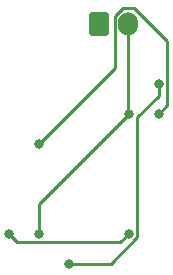
<source format=gbr>
%TF.GenerationSoftware,KiCad,Pcbnew,7.0.1*%
%TF.CreationDate,2023-04-24T16:24:41-07:00*%
%TF.ProjectId,Lab 3,4c616220-332e-46b6-9963-61645f706362,rev?*%
%TF.SameCoordinates,Original*%
%TF.FileFunction,Copper,L2,Bot*%
%TF.FilePolarity,Positive*%
%FSLAX46Y46*%
G04 Gerber Fmt 4.6, Leading zero omitted, Abs format (unit mm)*
G04 Created by KiCad (PCBNEW 7.0.1) date 2023-04-24 16:24:41*
%MOMM*%
%LPD*%
G01*
G04 APERTURE LIST*
G04 Aperture macros list*
%AMRoundRect*
0 Rectangle with rounded corners*
0 $1 Rounding radius*
0 $2 $3 $4 $5 $6 $7 $8 $9 X,Y pos of 4 corners*
0 Add a 4 corners polygon primitive as box body*
4,1,4,$2,$3,$4,$5,$6,$7,$8,$9,$2,$3,0*
0 Add four circle primitives for the rounded corners*
1,1,$1+$1,$2,$3*
1,1,$1+$1,$4,$5*
1,1,$1+$1,$6,$7*
1,1,$1+$1,$8,$9*
0 Add four rect primitives between the rounded corners*
20,1,$1+$1,$2,$3,$4,$5,0*
20,1,$1+$1,$4,$5,$6,$7,0*
20,1,$1+$1,$6,$7,$8,$9,0*
20,1,$1+$1,$8,$9,$2,$3,0*%
G04 Aperture macros list end*
%TA.AperFunction,ComponentPad*%
%ADD10RoundRect,0.250000X-0.600000X-0.750000X0.600000X-0.750000X0.600000X0.750000X-0.600000X0.750000X0*%
%TD*%
%TA.AperFunction,ComponentPad*%
%ADD11O,1.700000X2.000000*%
%TD*%
%TA.AperFunction,ViaPad*%
%ADD12C,0.800000*%
%TD*%
%TA.AperFunction,Conductor*%
%ADD13C,0.250000*%
%TD*%
G04 APERTURE END LIST*
D10*
%TO.P,J1,1,Pin_1*%
%TO.N,+9V*%
X152400000Y-73660000D03*
D11*
%TO.P,J1,2,Pin_2*%
%TO.N,GND*%
X154900000Y-73660000D03*
%TD*%
D12*
%TO.N,Net-(U1-CV)*%
X144780000Y-91440000D03*
X154940000Y-91440000D03*
%TO.N,GND*%
X147320000Y-91440000D03*
X154940000Y-81280000D03*
%TO.N,/pin_2*%
X157480000Y-78740000D03*
X149860000Y-93980000D03*
%TO.N,/pin_7*%
X157480000Y-81280000D03*
X147320000Y-83820000D03*
%TD*%
D13*
%TO.N,Net-(U1-CV)*%
X154215000Y-92165000D02*
X145505000Y-92165000D01*
X154940000Y-91440000D02*
X154215000Y-92165000D01*
X145505000Y-92165000D02*
X144780000Y-91440000D01*
%TO.N,GND*%
X154940000Y-81280000D02*
X154900000Y-81240000D01*
X147320000Y-91440000D02*
X147320000Y-88900000D01*
X154900000Y-81240000D02*
X154900000Y-73660000D01*
X147320000Y-88900000D02*
X154940000Y-81280000D01*
%TO.N,/pin_2*%
X155665000Y-81580305D02*
X155665000Y-91740305D01*
X155665000Y-91740305D02*
X153425305Y-93980000D01*
X153425305Y-93980000D02*
X149860000Y-93980000D01*
X157480000Y-79765305D02*
X155665000Y-81580305D01*
X157480000Y-78740000D02*
X157480000Y-79765305D01*
%TO.N,/pin_7*%
X158205000Y-75153299D02*
X155386701Y-72335000D01*
X157480000Y-81280000D02*
X158205000Y-80555000D01*
X158205000Y-80555000D02*
X158205000Y-75153299D01*
X155386701Y-72335000D02*
X154413299Y-72335000D01*
X153725000Y-73023299D02*
X153725000Y-77415000D01*
X153725000Y-77415000D02*
X147320000Y-83820000D01*
X154413299Y-72335000D02*
X153725000Y-73023299D01*
%TD*%
M02*

</source>
